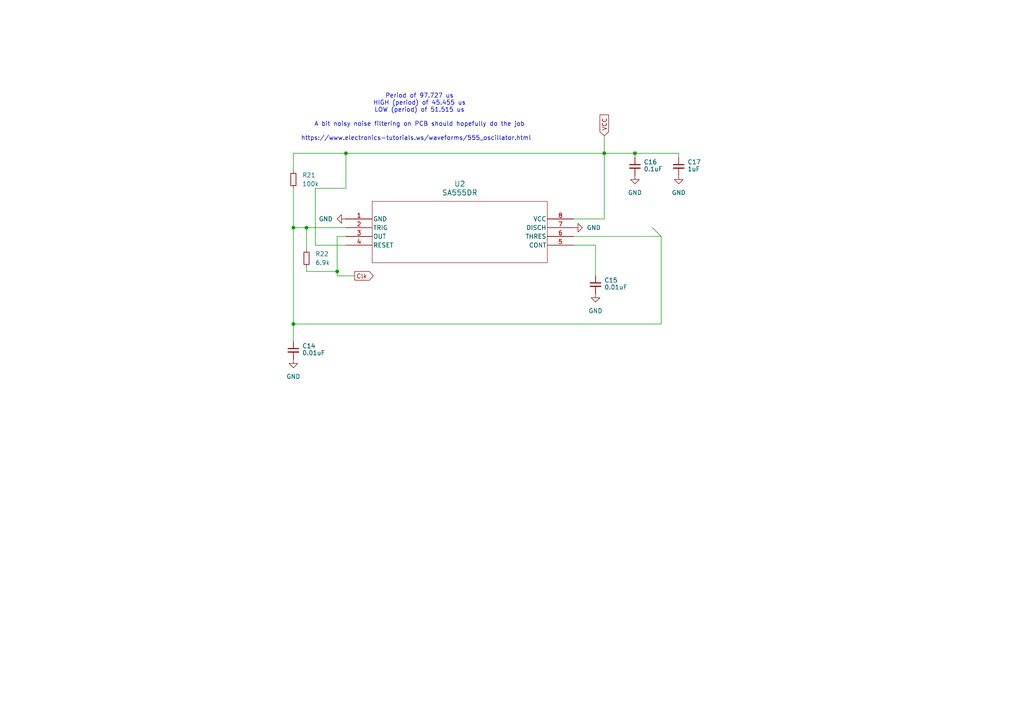
<source format=kicad_sch>
(kicad_sch
	(version 20231120)
	(generator "eeschema")
	(generator_version "8.0")
	(uuid "37ab2a6d-801e-4465-bc20-ba9f2dc6ed7b")
	(paper "A4")
	(lib_symbols
		(symbol "Device:C_Small"
			(pin_numbers hide)
			(pin_names
				(offset 0.254) hide)
			(exclude_from_sim no)
			(in_bom yes)
			(on_board yes)
			(property "Reference" "C"
				(at 0.254 1.778 0)
				(effects
					(font
						(size 1.27 1.27)
					)
					(justify left)
				)
			)
			(property "Value" "C_Small"
				(at 0.254 -2.032 0)
				(effects
					(font
						(size 1.27 1.27)
					)
					(justify left)
				)
			)
			(property "Footprint" ""
				(at 0 0 0)
				(effects
					(font
						(size 1.27 1.27)
					)
					(hide yes)
				)
			)
			(property "Datasheet" "~"
				(at 0 0 0)
				(effects
					(font
						(size 1.27 1.27)
					)
					(hide yes)
				)
			)
			(property "Description" "Unpolarized capacitor, small symbol"
				(at 0 0 0)
				(effects
					(font
						(size 1.27 1.27)
					)
					(hide yes)
				)
			)
			(property "ki_keywords" "capacitor cap"
				(at 0 0 0)
				(effects
					(font
						(size 1.27 1.27)
					)
					(hide yes)
				)
			)
			(property "ki_fp_filters" "C_*"
				(at 0 0 0)
				(effects
					(font
						(size 1.27 1.27)
					)
					(hide yes)
				)
			)
			(symbol "C_Small_0_1"
				(polyline
					(pts
						(xy -1.524 -0.508) (xy 1.524 -0.508)
					)
					(stroke
						(width 0.3302)
						(type default)
					)
					(fill
						(type none)
					)
				)
				(polyline
					(pts
						(xy -1.524 0.508) (xy 1.524 0.508)
					)
					(stroke
						(width 0.3048)
						(type default)
					)
					(fill
						(type none)
					)
				)
			)
			(symbol "C_Small_1_1"
				(pin passive line
					(at 0 2.54 270)
					(length 2.032)
					(name "~"
						(effects
							(font
								(size 1.27 1.27)
							)
						)
					)
					(number "1"
						(effects
							(font
								(size 1.27 1.27)
							)
						)
					)
				)
				(pin passive line
					(at 0 -2.54 90)
					(length 2.032)
					(name "~"
						(effects
							(font
								(size 1.27 1.27)
							)
						)
					)
					(number "2"
						(effects
							(font
								(size 1.27 1.27)
							)
						)
					)
				)
			)
		)
		(symbol "Device:R_Small"
			(pin_numbers hide)
			(pin_names
				(offset 0.254) hide)
			(exclude_from_sim no)
			(in_bom yes)
			(on_board yes)
			(property "Reference" "R"
				(at 0.762 0.508 0)
				(effects
					(font
						(size 1.27 1.27)
					)
					(justify left)
				)
			)
			(property "Value" "R_Small"
				(at 0.762 -1.016 0)
				(effects
					(font
						(size 1.27 1.27)
					)
					(justify left)
				)
			)
			(property "Footprint" ""
				(at 0 0 0)
				(effects
					(font
						(size 1.27 1.27)
					)
					(hide yes)
				)
			)
			(property "Datasheet" "~"
				(at 0 0 0)
				(effects
					(font
						(size 1.27 1.27)
					)
					(hide yes)
				)
			)
			(property "Description" "Resistor, small symbol"
				(at 0 0 0)
				(effects
					(font
						(size 1.27 1.27)
					)
					(hide yes)
				)
			)
			(property "ki_keywords" "R resistor"
				(at 0 0 0)
				(effects
					(font
						(size 1.27 1.27)
					)
					(hide yes)
				)
			)
			(property "ki_fp_filters" "R_*"
				(at 0 0 0)
				(effects
					(font
						(size 1.27 1.27)
					)
					(hide yes)
				)
			)
			(symbol "R_Small_0_1"
				(rectangle
					(start -0.762 1.778)
					(end 0.762 -1.778)
					(stroke
						(width 0.2032)
						(type default)
					)
					(fill
						(type none)
					)
				)
			)
			(symbol "R_Small_1_1"
				(pin passive line
					(at 0 2.54 270)
					(length 0.762)
					(name "~"
						(effects
							(font
								(size 1.27 1.27)
							)
						)
					)
					(number "1"
						(effects
							(font
								(size 1.27 1.27)
							)
						)
					)
				)
				(pin passive line
					(at 0 -2.54 90)
					(length 0.762)
					(name "~"
						(effects
							(font
								(size 1.27 1.27)
							)
						)
					)
					(number "2"
						(effects
							(font
								(size 1.27 1.27)
							)
						)
					)
				)
			)
		)
		(symbol "SA555DR:SA555DR"
			(pin_names
				(offset 0.254)
			)
			(exclude_from_sim no)
			(in_bom yes)
			(on_board yes)
			(property "Reference" "U"
				(at 33.02 10.16 0)
				(effects
					(font
						(size 1.524 1.524)
					)
				)
			)
			(property "Value" "SA555DR"
				(at 33.02 7.62 0)
				(effects
					(font
						(size 1.524 1.524)
					)
				)
			)
			(property "Footprint" "D8"
				(at 0 0 0)
				(effects
					(font
						(size 1.27 1.27)
						(italic yes)
					)
					(hide yes)
				)
			)
			(property "Datasheet" "SA555DR"
				(at 0 0 0)
				(effects
					(font
						(size 1.27 1.27)
						(italic yes)
					)
					(hide yes)
				)
			)
			(property "Description" ""
				(at 0 0 0)
				(effects
					(font
						(size 1.27 1.27)
					)
					(hide yes)
				)
			)
			(property "ki_locked" ""
				(at 0 0 0)
				(effects
					(font
						(size 1.27 1.27)
					)
				)
			)
			(property "ki_keywords" "SA555DR"
				(at 0 0 0)
				(effects
					(font
						(size 1.27 1.27)
					)
					(hide yes)
				)
			)
			(property "ki_fp_filters" "D8 D8-M D8-L"
				(at 0 0 0)
				(effects
					(font
						(size 1.27 1.27)
					)
					(hide yes)
				)
			)
			(symbol "SA555DR_0_1"
				(polyline
					(pts
						(xy 7.62 -12.7) (xy 58.42 -12.7)
					)
					(stroke
						(width 0.127)
						(type default)
					)
					(fill
						(type none)
					)
				)
				(polyline
					(pts
						(xy 7.62 5.08) (xy 7.62 -12.7)
					)
					(stroke
						(width 0.127)
						(type default)
					)
					(fill
						(type none)
					)
				)
				(polyline
					(pts
						(xy 58.42 -12.7) (xy 58.42 5.08)
					)
					(stroke
						(width 0.127)
						(type default)
					)
					(fill
						(type none)
					)
				)
				(polyline
					(pts
						(xy 58.42 5.08) (xy 7.62 5.08)
					)
					(stroke
						(width 0.127)
						(type default)
					)
					(fill
						(type none)
					)
				)
				(pin power_in line
					(at 0 0 0)
					(length 7.62)
					(name "GND"
						(effects
							(font
								(size 1.27 1.27)
							)
						)
					)
					(number "1"
						(effects
							(font
								(size 1.27 1.27)
							)
						)
					)
				)
				(pin input line
					(at 0 -2.54 0)
					(length 7.62)
					(name "TRIG"
						(effects
							(font
								(size 1.27 1.27)
							)
						)
					)
					(number "2"
						(effects
							(font
								(size 1.27 1.27)
							)
						)
					)
				)
				(pin output line
					(at 0 -5.08 0)
					(length 7.62)
					(name "OUT"
						(effects
							(font
								(size 1.27 1.27)
							)
						)
					)
					(number "3"
						(effects
							(font
								(size 1.27 1.27)
							)
						)
					)
				)
				(pin input line
					(at 0 -7.62 0)
					(length 7.62)
					(name "RESET"
						(effects
							(font
								(size 1.27 1.27)
							)
						)
					)
					(number "4"
						(effects
							(font
								(size 1.27 1.27)
							)
						)
					)
				)
				(pin unspecified line
					(at 66.04 -7.62 180)
					(length 7.62)
					(name "CONT"
						(effects
							(font
								(size 1.27 1.27)
							)
						)
					)
					(number "5"
						(effects
							(font
								(size 1.27 1.27)
							)
						)
					)
				)
				(pin input line
					(at 66.04 -5.08 180)
					(length 7.62)
					(name "THRES"
						(effects
							(font
								(size 1.27 1.27)
							)
						)
					)
					(number "6"
						(effects
							(font
								(size 1.27 1.27)
							)
						)
					)
				)
				(pin unspecified line
					(at 66.04 -2.54 180)
					(length 7.62)
					(name "DISCH"
						(effects
							(font
								(size 1.27 1.27)
							)
						)
					)
					(number "7"
						(effects
							(font
								(size 1.27 1.27)
							)
						)
					)
				)
				(pin power_in line
					(at 66.04 0 180)
					(length 7.62)
					(name "VCC"
						(effects
							(font
								(size 1.27 1.27)
							)
						)
					)
					(number "8"
						(effects
							(font
								(size 1.27 1.27)
							)
						)
					)
				)
			)
		)
		(symbol "power:GND"
			(power)
			(pin_numbers hide)
			(pin_names
				(offset 0) hide)
			(exclude_from_sim no)
			(in_bom yes)
			(on_board yes)
			(property "Reference" "#PWR"
				(at 0 -6.35 0)
				(effects
					(font
						(size 1.27 1.27)
					)
					(hide yes)
				)
			)
			(property "Value" "GND"
				(at 0 -3.81 0)
				(effects
					(font
						(size 1.27 1.27)
					)
				)
			)
			(property "Footprint" ""
				(at 0 0 0)
				(effects
					(font
						(size 1.27 1.27)
					)
					(hide yes)
				)
			)
			(property "Datasheet" ""
				(at 0 0 0)
				(effects
					(font
						(size 1.27 1.27)
					)
					(hide yes)
				)
			)
			(property "Description" "Power symbol creates a global label with name \"GND\" , ground"
				(at 0 0 0)
				(effects
					(font
						(size 1.27 1.27)
					)
					(hide yes)
				)
			)
			(property "ki_keywords" "global power"
				(at 0 0 0)
				(effects
					(font
						(size 1.27 1.27)
					)
					(hide yes)
				)
			)
			(symbol "GND_0_1"
				(polyline
					(pts
						(xy 0 0) (xy 0 -1.27) (xy 1.27 -1.27) (xy 0 -2.54) (xy -1.27 -1.27) (xy 0 -1.27)
					)
					(stroke
						(width 0)
						(type default)
					)
					(fill
						(type none)
					)
				)
			)
			(symbol "GND_1_1"
				(pin power_in line
					(at 0 0 270)
					(length 0)
					(name "~"
						(effects
							(font
								(size 1.27 1.27)
							)
						)
					)
					(number "1"
						(effects
							(font
								(size 1.27 1.27)
							)
						)
					)
				)
			)
		)
	)
	(junction
		(at 88.9 66.04)
		(diameter 0)
		(color 0 0 0 0)
		(uuid "36bab2ab-3fd5-4f4f-850b-d19264add99b")
	)
	(junction
		(at 175.26 44.45)
		(diameter 0)
		(color 0 0 0 0)
		(uuid "5ce687ba-39bc-41c3-bb37-b3e036c6bc06")
	)
	(junction
		(at 85.09 66.04)
		(diameter 0)
		(color 0 0 0 0)
		(uuid "72bf81ad-2f8b-44fb-bf8c-5945415e4e31")
	)
	(junction
		(at 184.15 44.45)
		(diameter 0)
		(color 0 0 0 0)
		(uuid "754b2be0-b03e-4f2e-b861-542643ce52fc")
	)
	(junction
		(at 100.33 44.45)
		(diameter 0)
		(color 0 0 0 0)
		(uuid "829c8de6-57f9-4812-8ebd-98feec9cbc0f")
	)
	(junction
		(at 85.09 93.98)
		(diameter 0)
		(color 0 0 0 0)
		(uuid "cc81f9fa-08fc-431e-a3b6-e5769464c04a")
	)
	(junction
		(at 97.79 78.74)
		(diameter 0)
		(color 0 0 0 0)
		(uuid "f508a549-f08e-46db-8fb0-ed2d4c05d8b8")
	)
	(bus_entry
		(at 189.23 66.04)
		(size 2.54 2.54)
		(stroke
			(width 0)
			(type default)
		)
		(uuid "62137b42-4cd1-46e2-9c39-98a052492c7c")
	)
	(wire
		(pts
			(xy 85.09 54.61) (xy 85.09 66.04)
		)
		(stroke
			(width 0)
			(type default)
		)
		(uuid "02752468-2195-44c7-9365-0a1eae7973df")
	)
	(wire
		(pts
			(xy 97.79 68.58) (xy 97.79 78.74)
		)
		(stroke
			(width 0)
			(type default)
		)
		(uuid "0514e50f-09a8-417c-81ea-a257b518cce0")
	)
	(wire
		(pts
			(xy 85.09 66.04) (xy 85.09 93.98)
		)
		(stroke
			(width 0)
			(type default)
		)
		(uuid "3033ed60-63fc-4b5f-959f-ded5b936257e")
	)
	(wire
		(pts
			(xy 100.33 71.12) (xy 91.44 71.12)
		)
		(stroke
			(width 0)
			(type default)
		)
		(uuid "3104927a-03d9-4b80-abc9-3d201bd36732")
	)
	(wire
		(pts
			(xy 85.09 44.45) (xy 100.33 44.45)
		)
		(stroke
			(width 0)
			(type default)
		)
		(uuid "3f8a326d-9128-4954-8c87-13270eb3ec33")
	)
	(wire
		(pts
			(xy 100.33 44.45) (xy 175.26 44.45)
		)
		(stroke
			(width 0)
			(type default)
		)
		(uuid "4d8594da-b94d-4695-a058-ddebcd1b2ee7")
	)
	(wire
		(pts
			(xy 88.9 66.04) (xy 100.33 66.04)
		)
		(stroke
			(width 0)
			(type default)
		)
		(uuid "563b2eb7-c98e-4661-9dbb-b8c395d62cdc")
	)
	(wire
		(pts
			(xy 88.9 78.74) (xy 97.79 78.74)
		)
		(stroke
			(width 0)
			(type default)
		)
		(uuid "5c198778-18f9-44cc-9b82-36fe615e2202")
	)
	(wire
		(pts
			(xy 97.79 80.01) (xy 102.87 80.01)
		)
		(stroke
			(width 0)
			(type default)
		)
		(uuid "64b227e8-8e6a-43b6-91dc-fa93553bf29a")
	)
	(wire
		(pts
			(xy 175.26 44.45) (xy 184.15 44.45)
		)
		(stroke
			(width 0)
			(type default)
		)
		(uuid "6595b794-4fc5-4b6d-ad7c-3dc0fe38c070")
	)
	(wire
		(pts
			(xy 91.44 71.12) (xy 91.44 54.61)
		)
		(stroke
			(width 0)
			(type default)
		)
		(uuid "662fdc14-3a3b-40f9-9665-60b767a607f6")
	)
	(wire
		(pts
			(xy 166.37 71.12) (xy 172.72 71.12)
		)
		(stroke
			(width 0)
			(type default)
		)
		(uuid "800a74c4-7c8f-4f94-af2e-7fc2eca99e71")
	)
	(wire
		(pts
			(xy 91.44 54.61) (xy 100.33 54.61)
		)
		(stroke
			(width 0)
			(type default)
		)
		(uuid "8428bf87-17d8-4a14-a3b7-9df35cbc749d")
	)
	(wire
		(pts
			(xy 184.15 44.45) (xy 196.85 44.45)
		)
		(stroke
			(width 0)
			(type default)
		)
		(uuid "8925401f-0e61-4678-bf0f-56a73d2b012f")
	)
	(wire
		(pts
			(xy 196.85 45.72) (xy 196.85 44.45)
		)
		(stroke
			(width 0)
			(type default)
		)
		(uuid "8f3ce461-22c8-41f2-bbbd-66ad9964be5f")
	)
	(wire
		(pts
			(xy 97.79 78.74) (xy 97.79 80.01)
		)
		(stroke
			(width 0)
			(type default)
		)
		(uuid "a80d6764-0e43-43cf-bbca-d0dc410aa6cc")
	)
	(wire
		(pts
			(xy 85.09 49.53) (xy 85.09 44.45)
		)
		(stroke
			(width 0)
			(type default)
		)
		(uuid "b1583d73-6403-4005-9437-5bcb853c9b89")
	)
	(wire
		(pts
			(xy 100.33 54.61) (xy 100.33 44.45)
		)
		(stroke
			(width 0)
			(type default)
		)
		(uuid "b2a27fbd-98c3-444d-baef-06551554c9a1")
	)
	(wire
		(pts
			(xy 85.09 66.04) (xy 88.9 66.04)
		)
		(stroke
			(width 0)
			(type default)
		)
		(uuid "b41889c3-73bd-4343-93ca-4b7dc2ca9196")
	)
	(wire
		(pts
			(xy 85.09 93.98) (xy 85.09 99.06)
		)
		(stroke
			(width 0)
			(type default)
		)
		(uuid "b5b390b4-6a17-49c0-a728-b9ab812a9b3d")
	)
	(wire
		(pts
			(xy 191.77 93.98) (xy 85.09 93.98)
		)
		(stroke
			(width 0)
			(type default)
		)
		(uuid "b87ecb09-f3a8-4353-a83e-bf7c5fe72fa0")
	)
	(wire
		(pts
			(xy 184.15 45.72) (xy 184.15 44.45)
		)
		(stroke
			(width 0)
			(type default)
		)
		(uuid "baaf9ba3-170a-44ba-86c8-81ee2e5e5191")
	)
	(wire
		(pts
			(xy 175.26 39.37) (xy 175.26 44.45)
		)
		(stroke
			(width 0)
			(type default)
		)
		(uuid "be7fae33-aa08-4737-b663-ffb1598288d7")
	)
	(wire
		(pts
			(xy 175.26 44.45) (xy 175.26 63.5)
		)
		(stroke
			(width 0)
			(type default)
		)
		(uuid "ccb577b6-9699-41e4-ac8f-bee64b2db853")
	)
	(wire
		(pts
			(xy 88.9 77.47) (xy 88.9 78.74)
		)
		(stroke
			(width 0)
			(type default)
		)
		(uuid "d56d5aa9-afd9-482d-9e52-c92d4f89155f")
	)
	(wire
		(pts
			(xy 191.77 68.58) (xy 191.77 93.98)
		)
		(stroke
			(width 0)
			(type default)
		)
		(uuid "e119c93b-9348-44a7-bc1e-65e8e6576719")
	)
	(wire
		(pts
			(xy 88.9 66.04) (xy 88.9 72.39)
		)
		(stroke
			(width 0)
			(type default)
		)
		(uuid "e748ab85-1f04-4ca2-8849-615d9ccc44a2")
	)
	(wire
		(pts
			(xy 175.26 63.5) (xy 166.37 63.5)
		)
		(stroke
			(width 0)
			(type default)
		)
		(uuid "ea212b96-f54d-4456-8fc7-1f752604e8d1")
	)
	(wire
		(pts
			(xy 172.72 71.12) (xy 172.72 80.01)
		)
		(stroke
			(width 0)
			(type default)
		)
		(uuid "ee8c1491-f116-451c-80fb-82b7e109583a")
	)
	(wire
		(pts
			(xy 100.33 68.58) (xy 97.79 68.58)
		)
		(stroke
			(width 0)
			(type default)
		)
		(uuid "f4dafded-f4ee-4f15-ab19-385c748eb496")
	)
	(wire
		(pts
			(xy 166.37 68.58) (xy 191.77 68.58)
		)
		(stroke
			(width 0)
			(type default)
		)
		(uuid "f74af9fb-87bb-47a8-82df-326365b349f4")
	)
	(text "Period of 97.727 us\nHIGH (period) of 45.455 us\nLOW (period) of 51.515 us\n\nA bit noisy noise filtering on PCB should hopefully do the job\n\nhttps://www.electronics-tutorials.ws/waveforms/555_oscillator.html  "
		(exclude_from_sim no)
		(at 121.666 34.036 0)
		(effects
			(font
				(size 1.27 1.27)
			)
		)
		(uuid "f2d57e1f-6185-4fa3-a99a-5d7f0b6a8214")
	)
	(global_label "VCC"
		(shape input)
		(at 175.26 39.37 90)
		(fields_autoplaced yes)
		(effects
			(font
				(size 1.27 1.27)
			)
			(justify left)
		)
		(uuid "26c1faba-259c-4146-ad91-394438e0c020")
		(property "Intersheetrefs" "${INTERSHEET_REFS}"
			(at 175.26 32.7562 90)
			(effects
				(font
					(size 1.27 1.27)
				)
				(justify left)
				(hide yes)
			)
		)
	)
	(global_label "Clk"
		(shape output)
		(at 102.87 80.01 0)
		(fields_autoplaced yes)
		(effects
			(font
				(size 1.27 1.27)
			)
			(justify left)
		)
		(uuid "47d215c0-aa6d-44c0-b027-0a397915c4d0")
		(property "Intersheetrefs" "${INTERSHEET_REFS}"
			(at 108.8185 80.01 0)
			(effects
				(font
					(size 1.27 1.27)
				)
				(justify left)
				(hide yes)
			)
		)
	)
	(symbol
		(lib_id "power:GND")
		(at 196.85 50.8 0)
		(unit 1)
		(exclude_from_sim no)
		(in_bom yes)
		(on_board yes)
		(dnp no)
		(fields_autoplaced yes)
		(uuid "1cebc81f-1af8-44b7-ac08-84e984e72141")
		(property "Reference" "#PWR032"
			(at 196.85 57.15 0)
			(effects
				(font
					(size 1.27 1.27)
				)
				(hide yes)
			)
		)
		(property "Value" "GND"
			(at 196.85 55.88 0)
			(effects
				(font
					(size 1.27 1.27)
				)
			)
		)
		(property "Footprint" ""
			(at 196.85 50.8 0)
			(effects
				(font
					(size 1.27 1.27)
				)
				(hide yes)
			)
		)
		(property "Datasheet" ""
			(at 196.85 50.8 0)
			(effects
				(font
					(size 1.27 1.27)
				)
				(hide yes)
			)
		)
		(property "Description" "Power symbol creates a global label with name \"GND\" , ground"
			(at 196.85 50.8 0)
			(effects
				(font
					(size 1.27 1.27)
				)
				(hide yes)
			)
		)
		(pin "1"
			(uuid "510838f1-d222-4937-8a30-2dad9e1387ec")
		)
		(instances
			(project "4 Bit - Seven Seg Interface"
				(path "/70a3617d-b021-4325-807b-315f214c30c6/b131e126-9b3a-4cce-a5b8-0b1ff77943f9"
					(reference "#PWR032")
					(unit 1)
				)
			)
		)
	)
	(symbol
		(lib_id "Device:C_Small")
		(at 172.72 82.55 0)
		(unit 1)
		(exclude_from_sim no)
		(in_bom yes)
		(on_board yes)
		(dnp no)
		(uuid "2d87f406-b562-41e2-9431-98440ff05797")
		(property "Reference" "C15"
			(at 175.26 81.2862 0)
			(effects
				(font
					(size 1.27 1.27)
				)
				(justify left)
			)
		)
		(property "Value" "0.01uF"
			(at 175.26 83.312 0)
			(effects
				(font
					(size 1.27 1.27)
				)
				(justify left)
			)
		)
		(property "Footprint" "Capacitor_SMD:C_0603_1608Metric_Pad1.08x0.95mm_HandSolder"
			(at 172.72 82.55 0)
			(effects
				(font
					(size 1.27 1.27)
				)
				(hide yes)
			)
		)
		(property "Datasheet" "~"
			(at 172.72 82.55 0)
			(effects
				(font
					(size 1.27 1.27)
				)
				(hide yes)
			)
		)
		(property "Description" "Unpolarized capacitor, small symbol"
			(at 172.72 82.55 0)
			(effects
				(font
					(size 1.27 1.27)
				)
				(hide yes)
			)
		)
		(pin "2"
			(uuid "62a3e356-7b3d-4473-9c42-832c2740a750")
		)
		(pin "1"
			(uuid "5e80161c-5ed9-4ba8-b28b-9a87e084c675")
		)
		(instances
			(project "4 Bit - Seven Seg Interface"
				(path "/70a3617d-b021-4325-807b-315f214c30c6/b131e126-9b3a-4cce-a5b8-0b1ff77943f9"
					(reference "C15")
					(unit 1)
				)
			)
		)
	)
	(symbol
		(lib_id "power:GND")
		(at 172.72 85.09 0)
		(unit 1)
		(exclude_from_sim no)
		(in_bom yes)
		(on_board yes)
		(dnp no)
		(fields_autoplaced yes)
		(uuid "4e6d71c7-3ff1-4649-ba8b-dc12d151d06d")
		(property "Reference" "#PWR030"
			(at 172.72 91.44 0)
			(effects
				(font
					(size 1.27 1.27)
				)
				(hide yes)
			)
		)
		(property "Value" "GND"
			(at 172.72 90.17 0)
			(effects
				(font
					(size 1.27 1.27)
				)
			)
		)
		(property "Footprint" ""
			(at 172.72 85.09 0)
			(effects
				(font
					(size 1.27 1.27)
				)
				(hide yes)
			)
		)
		(property "Datasheet" ""
			(at 172.72 85.09 0)
			(effects
				(font
					(size 1.27 1.27)
				)
				(hide yes)
			)
		)
		(property "Description" "Power symbol creates a global label with name \"GND\" , ground"
			(at 172.72 85.09 0)
			(effects
				(font
					(size 1.27 1.27)
				)
				(hide yes)
			)
		)
		(pin "1"
			(uuid "0f4ea476-9ad9-4d28-8bf0-9b25b9715ff7")
		)
		(instances
			(project "4 Bit - Seven Seg Interface"
				(path "/70a3617d-b021-4325-807b-315f214c30c6/b131e126-9b3a-4cce-a5b8-0b1ff77943f9"
					(reference "#PWR030")
					(unit 1)
				)
			)
		)
	)
	(symbol
		(lib_id "power:GND")
		(at 166.37 66.04 90)
		(unit 1)
		(exclude_from_sim no)
		(in_bom yes)
		(on_board yes)
		(dnp no)
		(fields_autoplaced yes)
		(uuid "4e75f647-ecb9-4900-baff-e0cc1be6719e")
		(property "Reference" "#PWR029"
			(at 172.72 66.04 0)
			(effects
				(font
					(size 1.27 1.27)
				)
				(hide yes)
			)
		)
		(property "Value" "GND"
			(at 170.18 66.0399 90)
			(effects
				(font
					(size 1.27 1.27)
				)
				(justify right)
			)
		)
		(property "Footprint" ""
			(at 166.37 66.04 0)
			(effects
				(font
					(size 1.27 1.27)
				)
				(hide yes)
			)
		)
		(property "Datasheet" ""
			(at 166.37 66.04 0)
			(effects
				(font
					(size 1.27 1.27)
				)
				(hide yes)
			)
		)
		(property "Description" "Power symbol creates a global label with name \"GND\" , ground"
			(at 166.37 66.04 0)
			(effects
				(font
					(size 1.27 1.27)
				)
				(hide yes)
			)
		)
		(pin "1"
			(uuid "d10438ea-5e71-4062-9454-fb77824ab324")
		)
		(instances
			(project "4 Bit - Seven Seg Interface"
				(path "/70a3617d-b021-4325-807b-315f214c30c6/b131e126-9b3a-4cce-a5b8-0b1ff77943f9"
					(reference "#PWR029")
					(unit 1)
				)
			)
		)
	)
	(symbol
		(lib_id "Device:C_Small")
		(at 196.85 48.26 0)
		(unit 1)
		(exclude_from_sim no)
		(in_bom yes)
		(on_board yes)
		(dnp no)
		(uuid "5879fcd9-7b74-42e4-a808-c021c7499247")
		(property "Reference" "C17"
			(at 199.39 46.9962 0)
			(effects
				(font
					(size 1.27 1.27)
				)
				(justify left)
			)
		)
		(property "Value" "1uF"
			(at 199.39 49.022 0)
			(effects
				(font
					(size 1.27 1.27)
				)
				(justify left)
			)
		)
		(property "Footprint" "Capacitor_SMD:C_0603_1608Metric_Pad1.08x0.95mm_HandSolder"
			(at 196.85 48.26 0)
			(effects
				(font
					(size 1.27 1.27)
				)
				(hide yes)
			)
		)
		(property "Datasheet" "~"
			(at 196.85 48.26 0)
			(effects
				(font
					(size 1.27 1.27)
				)
				(hide yes)
			)
		)
		(property "Description" "Unpolarized capacitor, small symbol"
			(at 196.85 48.26 0)
			(effects
				(font
					(size 1.27 1.27)
				)
				(hide yes)
			)
		)
		(pin "2"
			(uuid "01a50cfd-59ec-447e-a6d0-06fb1117132e")
		)
		(pin "1"
			(uuid "6719549a-dae3-43dc-a566-15bb12b7fd52")
		)
		(instances
			(project "4 Bit - Seven Seg Interface"
				(path "/70a3617d-b021-4325-807b-315f214c30c6/b131e126-9b3a-4cce-a5b8-0b1ff77943f9"
					(reference "C17")
					(unit 1)
				)
			)
		)
	)
	(symbol
		(lib_id "Device:C_Small")
		(at 184.15 48.26 0)
		(unit 1)
		(exclude_from_sim no)
		(in_bom yes)
		(on_board yes)
		(dnp no)
		(uuid "7f2b694c-bc8c-4e78-a416-ab6f4f6ab080")
		(property "Reference" "C16"
			(at 186.69 46.9962 0)
			(effects
				(font
					(size 1.27 1.27)
				)
				(justify left)
			)
		)
		(property "Value" "0.1uF"
			(at 186.69 49.022 0)
			(effects
				(font
					(size 1.27 1.27)
				)
				(justify left)
			)
		)
		(property "Footprint" "Capacitor_SMD:C_0603_1608Metric_Pad1.08x0.95mm_HandSolder"
			(at 184.15 48.26 0)
			(effects
				(font
					(size 1.27 1.27)
				)
				(hide yes)
			)
		)
		(property "Datasheet" "~"
			(at 184.15 48.26 0)
			(effects
				(font
					(size 1.27 1.27)
				)
				(hide yes)
			)
		)
		(property "Description" "Unpolarized capacitor, small symbol"
			(at 184.15 48.26 0)
			(effects
				(font
					(size 1.27 1.27)
				)
				(hide yes)
			)
		)
		(pin "2"
			(uuid "d989d727-d769-42a4-a3dc-4d87e706dd7c")
		)
		(pin "1"
			(uuid "ef4877e8-343b-40b8-ba5c-4c5baacd2d4b")
		)
		(instances
			(project "4 Bit - Seven Seg Interface"
				(path "/70a3617d-b021-4325-807b-315f214c30c6/b131e126-9b3a-4cce-a5b8-0b1ff77943f9"
					(reference "C16")
					(unit 1)
				)
			)
		)
	)
	(symbol
		(lib_id "power:GND")
		(at 85.09 104.14 0)
		(unit 1)
		(exclude_from_sim no)
		(in_bom yes)
		(on_board yes)
		(dnp no)
		(fields_autoplaced yes)
		(uuid "8dcb8658-d7c4-42dc-a8ef-b80d909d1a5d")
		(property "Reference" "#PWR027"
			(at 85.09 110.49 0)
			(effects
				(font
					(size 1.27 1.27)
				)
				(hide yes)
			)
		)
		(property "Value" "GND"
			(at 85.09 109.22 0)
			(effects
				(font
					(size 1.27 1.27)
				)
			)
		)
		(property "Footprint" ""
			(at 85.09 104.14 0)
			(effects
				(font
					(size 1.27 1.27)
				)
				(hide yes)
			)
		)
		(property "Datasheet" ""
			(at 85.09 104.14 0)
			(effects
				(font
					(size 1.27 1.27)
				)
				(hide yes)
			)
		)
		(property "Description" "Power symbol creates a global label with name \"GND\" , ground"
			(at 85.09 104.14 0)
			(effects
				(font
					(size 1.27 1.27)
				)
				(hide yes)
			)
		)
		(pin "1"
			(uuid "6e1d7360-f292-4909-af22-e63fcccebe68")
		)
		(instances
			(project "4 Bit - Seven Seg Interface"
				(path "/70a3617d-b021-4325-807b-315f214c30c6/b131e126-9b3a-4cce-a5b8-0b1ff77943f9"
					(reference "#PWR027")
					(unit 1)
				)
			)
		)
	)
	(symbol
		(lib_id "power:GND")
		(at 184.15 50.8 0)
		(unit 1)
		(exclude_from_sim no)
		(in_bom yes)
		(on_board yes)
		(dnp no)
		(fields_autoplaced yes)
		(uuid "94879236-e5e5-4b5d-933e-d25d2b4eef51")
		(property "Reference" "#PWR031"
			(at 184.15 57.15 0)
			(effects
				(font
					(size 1.27 1.27)
				)
				(hide yes)
			)
		)
		(property "Value" "GND"
			(at 184.15 55.88 0)
			(effects
				(font
					(size 1.27 1.27)
				)
			)
		)
		(property "Footprint" ""
			(at 184.15 50.8 0)
			(effects
				(font
					(size 1.27 1.27)
				)
				(hide yes)
			)
		)
		(property "Datasheet" ""
			(at 184.15 50.8 0)
			(effects
				(font
					(size 1.27 1.27)
				)
				(hide yes)
			)
		)
		(property "Description" "Power symbol creates a global label with name \"GND\" , ground"
			(at 184.15 50.8 0)
			(effects
				(font
					(size 1.27 1.27)
				)
				(hide yes)
			)
		)
		(pin "1"
			(uuid "4de22648-f482-40a2-8fd5-12f29e1f07bb")
		)
		(instances
			(project "4 Bit - Seven Seg Interface"
				(path "/70a3617d-b021-4325-807b-315f214c30c6/b131e126-9b3a-4cce-a5b8-0b1ff77943f9"
					(reference "#PWR031")
					(unit 1)
				)
			)
		)
	)
	(symbol
		(lib_id "SA555DR:SA555DR")
		(at 100.33 63.5 0)
		(unit 1)
		(exclude_from_sim no)
		(in_bom yes)
		(on_board yes)
		(dnp no)
		(fields_autoplaced yes)
		(uuid "a00ee799-3dfa-4176-b774-cce3d3381eaa")
		(property "Reference" "U2"
			(at 133.35 53.34 0)
			(effects
				(font
					(size 1.524 1.524)
				)
			)
		)
		(property "Value" "SA555DR"
			(at 133.35 55.88 0)
			(effects
				(font
					(size 1.524 1.524)
				)
			)
		)
		(property "Footprint" "Timer:D8"
			(at 100.33 63.5 0)
			(effects
				(font
					(size 1.27 1.27)
					(italic yes)
				)
				(hide yes)
			)
		)
		(property "Datasheet" "SA555DR"
			(at 100.33 63.5 0)
			(effects
				(font
					(size 1.27 1.27)
					(italic yes)
				)
				(hide yes)
			)
		)
		(property "Description" ""
			(at 100.33 63.5 0)
			(effects
				(font
					(size 1.27 1.27)
				)
				(hide yes)
			)
		)
		(pin "4"
			(uuid "9e9229aa-fac7-4f31-bf47-38a2136c0e29")
		)
		(pin "5"
			(uuid "25b41bd4-d1ed-43b5-8aa8-8a70dec9fb58")
		)
		(pin "1"
			(uuid "e9164d69-dea1-4b39-9ff3-5d65481d3581")
		)
		(pin "2"
			(uuid "8d3735c5-2c10-4530-9857-25f71d4bd6f7")
		)
		(pin "3"
			(uuid "c87fcd67-39e1-491e-9dd6-523ac5285f14")
		)
		(pin "6"
			(uuid "30d0b9bb-28ec-4b82-8321-71ed49c89cd3")
		)
		(pin "8"
			(uuid "2433ed6c-ce8e-489a-891d-5e17d60e1714")
		)
		(pin "7"
			(uuid "6dc53dfa-ae97-476a-a19c-afc00bb2070e")
		)
		(instances
			(project "4 Bit - Seven Seg Interface"
				(path "/70a3617d-b021-4325-807b-315f214c30c6/b131e126-9b3a-4cce-a5b8-0b1ff77943f9"
					(reference "U2")
					(unit 1)
				)
			)
		)
	)
	(symbol
		(lib_id "Device:R_Small")
		(at 85.09 52.07 0)
		(unit 1)
		(exclude_from_sim no)
		(in_bom yes)
		(on_board yes)
		(dnp no)
		(fields_autoplaced yes)
		(uuid "a04a9fe6-ea63-41db-b500-bd6ea6a88923")
		(property "Reference" "R21"
			(at 87.63 50.7999 0)
			(effects
				(font
					(size 1.27 1.27)
				)
				(justify left)
			)
		)
		(property "Value" "100k"
			(at 87.63 53.3399 0)
			(effects
				(font
					(size 1.27 1.27)
				)
				(justify left)
			)
		)
		(property "Footprint" "Resistor_SMD:R_0603_1608Metric"
			(at 85.09 52.07 0)
			(effects
				(font
					(size 1.27 1.27)
				)
				(hide yes)
			)
		)
		(property "Datasheet" "~"
			(at 85.09 52.07 0)
			(effects
				(font
					(size 1.27 1.27)
				)
				(hide yes)
			)
		)
		(property "Description" "Resistor, small symbol"
			(at 85.09 52.07 0)
			(effects
				(font
					(size 1.27 1.27)
				)
				(hide yes)
			)
		)
		(pin "2"
			(uuid "ffd0b509-53d4-4d0f-b10d-b8a2b9fb87e6")
		)
		(pin "1"
			(uuid "f305fedd-62e3-4825-a748-d9d6679fddbc")
		)
		(instances
			(project "4 Bit - Seven Seg Interface"
				(path "/70a3617d-b021-4325-807b-315f214c30c6/b131e126-9b3a-4cce-a5b8-0b1ff77943f9"
					(reference "R21")
					(unit 1)
				)
			)
		)
	)
	(symbol
		(lib_id "Device:C_Small")
		(at 85.09 101.6 0)
		(unit 1)
		(exclude_from_sim no)
		(in_bom yes)
		(on_board yes)
		(dnp no)
		(uuid "a07eba89-b734-42be-a440-b3cb1d522165")
		(property "Reference" "C14"
			(at 87.63 100.3362 0)
			(effects
				(font
					(size 1.27 1.27)
				)
				(justify left)
			)
		)
		(property "Value" "0.01uF"
			(at 87.63 102.362 0)
			(effects
				(font
					(size 1.27 1.27)
				)
				(justify left)
			)
		)
		(property "Footprint" "Capacitor_SMD:C_0603_1608Metric_Pad1.08x0.95mm_HandSolder"
			(at 85.09 101.6 0)
			(effects
				(font
					(size 1.27 1.27)
				)
				(hide yes)
			)
		)
		(property "Datasheet" "~"
			(at 85.09 101.6 0)
			(effects
				(font
					(size 1.27 1.27)
				)
				(hide yes)
			)
		)
		(property "Description" "Unpolarized capacitor, small symbol"
			(at 85.09 101.6 0)
			(effects
				(font
					(size 1.27 1.27)
				)
				(hide yes)
			)
		)
		(pin "2"
			(uuid "098dc3bb-5b72-4a94-b107-00f5ef59ed70")
		)
		(pin "1"
			(uuid "d19beb3b-ae34-4eab-8b0a-9e1516fe6018")
		)
		(instances
			(project "4 Bit - Seven Seg Interface"
				(path "/70a3617d-b021-4325-807b-315f214c30c6/b131e126-9b3a-4cce-a5b8-0b1ff77943f9"
					(reference "C14")
					(unit 1)
				)
			)
		)
	)
	(symbol
		(lib_id "Device:R_Small")
		(at 88.9 74.93 0)
		(unit 1)
		(exclude_from_sim no)
		(in_bom yes)
		(on_board yes)
		(dnp no)
		(fields_autoplaced yes)
		(uuid "caed2285-63c0-495e-9744-11eaac4efb25")
		(property "Reference" "R22"
			(at 91.44 73.6599 0)
			(effects
				(font
					(size 1.27 1.27)
				)
				(justify left)
			)
		)
		(property "Value" "6.9k"
			(at 91.44 76.1999 0)
			(effects
				(font
					(size 1.27 1.27)
				)
				(justify left)
			)
		)
		(property "Footprint" "Resistor_SMD:R_0603_1608Metric"
			(at 88.9 74.93 0)
			(effects
				(font
					(size 1.27 1.27)
				)
				(hide yes)
			)
		)
		(property "Datasheet" "~"
			(at 88.9 74.93 0)
			(effects
				(font
					(size 1.27 1.27)
				)
				(hide yes)
			)
		)
		(property "Description" "Resistor, small symbol"
			(at 88.9 74.93 0)
			(effects
				(font
					(size 1.27 1.27)
				)
				(hide yes)
			)
		)
		(pin "2"
			(uuid "1004d37e-87e2-4f6a-8022-60b8953f5d97")
		)
		(pin "1"
			(uuid "05004f20-4398-4f19-999a-1c5daeb7d1fa")
		)
		(instances
			(project "4 Bit - Seven Seg Interface"
				(path "/70a3617d-b021-4325-807b-315f214c30c6/b131e126-9b3a-4cce-a5b8-0b1ff77943f9"
					(reference "R22")
					(unit 1)
				)
			)
		)
	)
	(symbol
		(lib_id "power:GND")
		(at 100.33 63.5 270)
		(unit 1)
		(exclude_from_sim no)
		(in_bom yes)
		(on_board yes)
		(dnp no)
		(fields_autoplaced yes)
		(uuid "dd49518a-d926-4937-b826-e267aabd00fb")
		(property "Reference" "#PWR028"
			(at 93.98 63.5 0)
			(effects
				(font
					(size 1.27 1.27)
				)
				(hide yes)
			)
		)
		(property "Value" "GND"
			(at 96.52 63.4999 90)
			(effects
				(font
					(size 1.27 1.27)
				)
				(justify right)
			)
		)
		(property "Footprint" ""
			(at 100.33 63.5 0)
			(effects
				(font
					(size 1.27 1.27)
				)
				(hide yes)
			)
		)
		(property "Datasheet" ""
			(at 100.33 63.5 0)
			(effects
				(font
					(size 1.27 1.27)
				)
				(hide yes)
			)
		)
		(property "Description" "Power symbol creates a global label with name \"GND\" , ground"
			(at 100.33 63.5 0)
			(effects
				(font
					(size 1.27 1.27)
				)
				(hide yes)
			)
		)
		(pin "1"
			(uuid "3a647965-08cc-424b-beed-0003f30b6bd6")
		)
		(instances
			(project "4 Bit - Seven Seg Interface"
				(path "/70a3617d-b021-4325-807b-315f214c30c6/b131e126-9b3a-4cce-a5b8-0b1ff77943f9"
					(reference "#PWR028")
					(unit 1)
				)
			)
		)
	)
)

</source>
